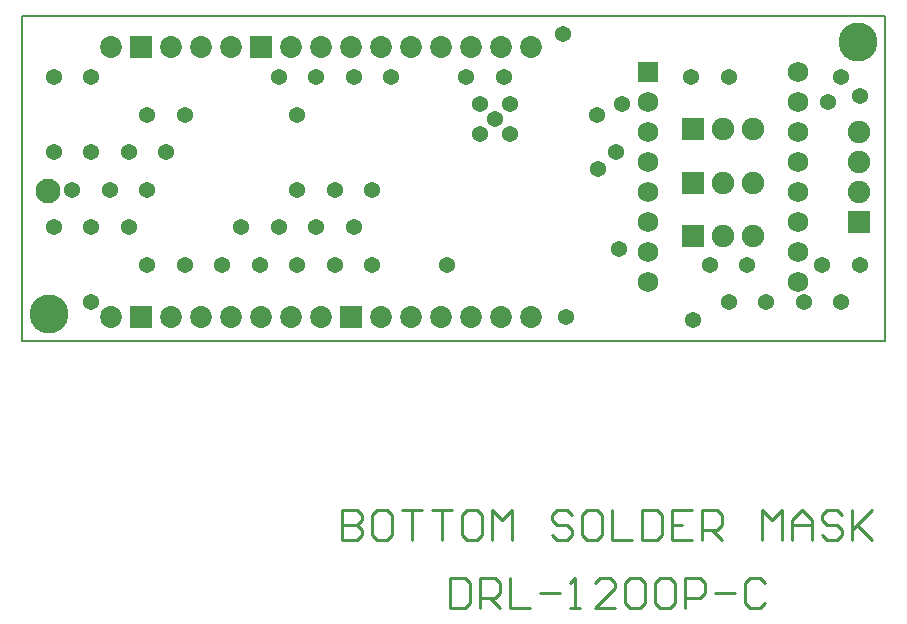
<source format=gbs>
G04 Layer_Color=16711935*
%FSLAX24Y24*%
%MOIN*%
G70*
G01*
G75*
%ADD20C,0.0100*%
%ADD21C,0.0050*%
%ADD43C,0.0827*%
%ADD44C,0.0690*%
%ADD45R,0.0690X0.0690*%
%ADD46C,0.0749*%
%ADD47R,0.0749X0.0749*%
%ADD48C,0.0730*%
%ADD49R,0.0730X0.0730*%
%ADD50R,0.0749X0.0749*%
%ADD51C,0.1300*%
%ADD52C,0.0540*%
D20*
X24252Y2100D02*
Y1100D01*
X24752D01*
X24918Y1267D01*
Y1933D01*
X24752Y2100D01*
X24252D01*
X25251Y1100D02*
Y2100D01*
X25751D01*
X25918Y1933D01*
Y1600D01*
X25751Y1433D01*
X25251D01*
X25585D02*
X25918Y1100D01*
X26251Y2100D02*
Y1100D01*
X26918D01*
X27251Y1600D02*
X27917D01*
X28250Y1100D02*
X28584D01*
X28417D01*
Y2100D01*
X28250Y1933D01*
X29750Y1100D02*
X29083D01*
X29750Y1766D01*
Y1933D01*
X29583Y2100D01*
X29250D01*
X29083Y1933D01*
X30083D02*
X30250Y2100D01*
X30583D01*
X30750Y1933D01*
Y1267D01*
X30583Y1100D01*
X30250D01*
X30083Y1267D01*
Y1933D01*
X31083D02*
X31249Y2100D01*
X31583D01*
X31749Y1933D01*
Y1267D01*
X31583Y1100D01*
X31249D01*
X31083Y1267D01*
Y1933D01*
X32083Y1100D02*
Y2100D01*
X32582D01*
X32749Y1933D01*
Y1600D01*
X32582Y1433D01*
X32083D01*
X33082Y1600D02*
X33749D01*
X34748Y1933D02*
X34582Y2100D01*
X34248D01*
X34082Y1933D01*
Y1267D01*
X34248Y1100D01*
X34582D01*
X34748Y1267D01*
X20670Y4350D02*
Y3350D01*
X21169D01*
X21336Y3517D01*
Y3683D01*
X21169Y3850D01*
X20670D01*
X21169D01*
X21336Y4016D01*
Y4183D01*
X21169Y4350D01*
X20670D01*
X22169D02*
X21836D01*
X21669Y4183D01*
Y3517D01*
X21836Y3350D01*
X22169D01*
X22336Y3517D01*
Y4183D01*
X22169Y4350D01*
X22669D02*
X23335D01*
X23002D01*
Y3350D01*
X23669Y4350D02*
X24335D01*
X24002D01*
Y3350D01*
X25168Y4350D02*
X24835D01*
X24668Y4183D01*
Y3517D01*
X24835Y3350D01*
X25168D01*
X25335Y3517D01*
Y4183D01*
X25168Y4350D01*
X25668Y3350D02*
Y4350D01*
X26001Y4016D01*
X26334Y4350D01*
Y3350D01*
X28334Y4183D02*
X28167Y4350D01*
X27834D01*
X27667Y4183D01*
Y4016D01*
X27834Y3850D01*
X28167D01*
X28334Y3683D01*
Y3517D01*
X28167Y3350D01*
X27834D01*
X27667Y3517D01*
X29167Y4350D02*
X28834D01*
X28667Y4183D01*
Y3517D01*
X28834Y3350D01*
X29167D01*
X29333Y3517D01*
Y4183D01*
X29167Y4350D01*
X29667D02*
Y3350D01*
X30333D01*
X30666Y4350D02*
Y3350D01*
X31166D01*
X31333Y3517D01*
Y4183D01*
X31166Y4350D01*
X30666D01*
X32332D02*
X31666D01*
Y3350D01*
X32332D01*
X31666Y3850D02*
X31999D01*
X32666Y3350D02*
Y4350D01*
X33165D01*
X33332Y4183D01*
Y3850D01*
X33165Y3683D01*
X32666D01*
X32999D02*
X33332Y3350D01*
X34665D02*
Y4350D01*
X34998Y4016D01*
X35331Y4350D01*
Y3350D01*
X35665D02*
Y4016D01*
X35998Y4350D01*
X36331Y4016D01*
Y3350D01*
Y3850D01*
X35665D01*
X37331Y4183D02*
X37164Y4350D01*
X36831D01*
X36664Y4183D01*
Y4016D01*
X36831Y3850D01*
X37164D01*
X37331Y3683D01*
Y3517D01*
X37164Y3350D01*
X36831D01*
X36664Y3517D01*
X37664Y4350D02*
Y3350D01*
Y3683D01*
X38330Y4350D01*
X37831Y3850D01*
X38330Y3350D01*
D21*
X10000Y20827D02*
X38740D01*
Y10000D02*
Y20827D01*
X10000Y10000D02*
Y20827D01*
Y10000D02*
X38740D01*
D43*
X10854Y14996D02*
D03*
D44*
X30846Y15957D02*
D03*
X35846D02*
D03*
X30846Y14957D02*
D03*
Y13957D02*
D03*
Y12957D02*
D03*
Y11957D02*
D03*
Y16957D02*
D03*
Y17957D02*
D03*
X35846Y16957D02*
D03*
Y17957D02*
D03*
Y18957D02*
D03*
Y14957D02*
D03*
Y13957D02*
D03*
Y12957D02*
D03*
Y11957D02*
D03*
D45*
X30846Y18957D02*
D03*
D46*
X37874Y16957D02*
D03*
Y14957D02*
D03*
Y15957D02*
D03*
X34362Y13472D02*
D03*
X33362D02*
D03*
X34346Y15260D02*
D03*
X33346D02*
D03*
X34362Y17047D02*
D03*
X33362D02*
D03*
D47*
X37874Y13957D02*
D03*
D48*
X12961Y10787D02*
D03*
X14961D02*
D03*
X15961D02*
D03*
X16961D02*
D03*
X17961D02*
D03*
X18961D02*
D03*
X19961D02*
D03*
X21961D02*
D03*
X22961D02*
D03*
X23961D02*
D03*
X24961D02*
D03*
X25961D02*
D03*
X26961D02*
D03*
X12961Y19787D02*
D03*
X14961D02*
D03*
X15961D02*
D03*
X16961D02*
D03*
X18961D02*
D03*
X19961D02*
D03*
X20961D02*
D03*
X21961D02*
D03*
X22961D02*
D03*
X23961D02*
D03*
X24961D02*
D03*
X25961D02*
D03*
X26961D02*
D03*
D49*
X13961Y10787D02*
D03*
X20961D02*
D03*
X13961Y19787D02*
D03*
X17961D02*
D03*
D50*
X32362Y13472D02*
D03*
X32346Y15260D02*
D03*
X32362Y17047D02*
D03*
D51*
X10886Y10886D02*
D03*
X37854Y19941D02*
D03*
D52*
X37920Y18169D02*
D03*
X36870Y17957D02*
D03*
X28012Y20236D02*
D03*
X29882Y13051D02*
D03*
X32362Y10689D02*
D03*
X28110Y10787D02*
D03*
X29980Y17874D02*
D03*
X29193Y15709D02*
D03*
X25748Y17382D02*
D03*
X26240Y17874D02*
D03*
X25256D02*
D03*
X26240Y16890D02*
D03*
X25256D02*
D03*
X11045Y13781D02*
D03*
X11670Y15031D02*
D03*
X11045Y16281D02*
D03*
Y18781D02*
D03*
X12295Y11281D02*
D03*
Y13781D02*
D03*
X12920Y15031D02*
D03*
X12295Y16281D02*
D03*
Y18781D02*
D03*
X14170Y12531D02*
D03*
X13545Y13781D02*
D03*
X14170Y15031D02*
D03*
X13545Y16281D02*
D03*
X14170Y17531D02*
D03*
X15420Y12531D02*
D03*
X14795Y16281D02*
D03*
X15420Y17531D02*
D03*
X16670Y12531D02*
D03*
X17920D02*
D03*
X17295Y13781D02*
D03*
X19170Y12531D02*
D03*
X18545Y13781D02*
D03*
X19170Y15031D02*
D03*
Y17531D02*
D03*
X18545Y18781D02*
D03*
X20420Y12531D02*
D03*
X19795Y13781D02*
D03*
X20420Y15031D02*
D03*
X19795Y18781D02*
D03*
X21670Y12531D02*
D03*
X21045Y13781D02*
D03*
X21670Y15031D02*
D03*
X21045Y18781D02*
D03*
X22295D02*
D03*
X24170Y12531D02*
D03*
X24795Y18781D02*
D03*
X26045D02*
D03*
X29170Y17531D02*
D03*
X29795Y16281D02*
D03*
X32920Y12531D02*
D03*
X32295Y18781D02*
D03*
X33545Y11281D02*
D03*
X34170Y12531D02*
D03*
X33545Y18781D02*
D03*
X34795Y11281D02*
D03*
X36045D02*
D03*
X36670Y12531D02*
D03*
X37295Y11281D02*
D03*
X37920Y12531D02*
D03*
X37295Y18781D02*
D03*
M02*

</source>
